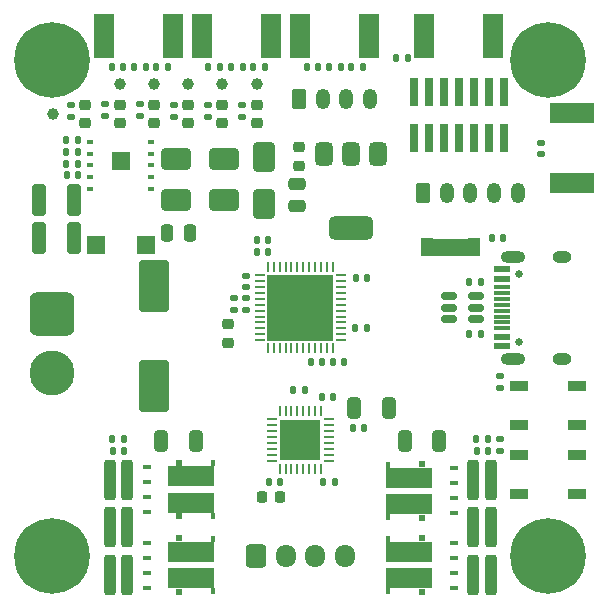
<source format=gbr>
%TF.GenerationSoftware,KiCad,Pcbnew,9.0.1-9.0.1-0~ubuntu22.04.1*%
%TF.CreationDate,2025-04-08T13:36:13+02:00*%
%TF.ProjectId,TMC262_Stepper_Driver,544d4332-3632-45f5-9374-65707065725f,rev?*%
%TF.SameCoordinates,Original*%
%TF.FileFunction,Soldermask,Top*%
%TF.FilePolarity,Negative*%
%FSLAX46Y46*%
G04 Gerber Fmt 4.6, Leading zero omitted, Abs format (unit mm)*
G04 Created by KiCad (PCBNEW 9.0.1-9.0.1-0~ubuntu22.04.1) date 2025-04-08 13:36:13*
%MOMM*%
%LPD*%
G01*
G04 APERTURE LIST*
G04 Aperture macros list*
%AMRoundRect*
0 Rectangle with rounded corners*
0 $1 Rounding radius*
0 $2 $3 $4 $5 $6 $7 $8 $9 X,Y pos of 4 corners*
0 Add a 4 corners polygon primitive as box body*
4,1,4,$2,$3,$4,$5,$6,$7,$8,$9,$2,$3,0*
0 Add four circle primitives for the rounded corners*
1,1,$1+$1,$2,$3*
1,1,$1+$1,$4,$5*
1,1,$1+$1,$6,$7*
1,1,$1+$1,$8,$9*
0 Add four rect primitives between the rounded corners*
20,1,$1+$1,$2,$3,$4,$5,0*
20,1,$1+$1,$4,$5,$6,$7,0*
20,1,$1+$1,$6,$7,$8,$9,0*
20,1,$1+$1,$8,$9,$2,$3,0*%
%AMFreePoly0*
4,1,6,1.000000,0.000000,0.500000,-0.750000,-0.500000,-0.750000,-0.500000,0.750000,0.500000,0.750000,1.000000,0.000000,1.000000,0.000000,$1*%
G04 Aperture macros list end*
%ADD10RoundRect,0.250000X-0.250000X-1.450000X0.250000X-1.450000X0.250000X1.450000X-0.250000X1.450000X0*%
%ADD11RoundRect,0.140000X-0.140000X-0.170000X0.140000X-0.170000X0.140000X0.170000X-0.140000X0.170000X0*%
%ADD12RoundRect,0.250000X-0.350000X-0.625000X0.350000X-0.625000X0.350000X0.625000X-0.350000X0.625000X0*%
%ADD13O,1.200000X1.750000*%
%ADD14RoundRect,0.090000X-0.660000X-0.360000X0.660000X-0.360000X0.660000X0.360000X-0.660000X0.360000X0*%
%ADD15RoundRect,0.250000X-0.600000X-0.725000X0.600000X-0.725000X0.600000X0.725000X-0.600000X0.725000X0*%
%ADD16O,1.700000X1.950000*%
%ADD17RoundRect,0.135000X0.185000X-0.135000X0.185000X0.135000X-0.185000X0.135000X-0.185000X-0.135000X0*%
%ADD18C,1.000000*%
%ADD19RoundRect,0.140000X0.140000X0.170000X-0.140000X0.170000X-0.140000X-0.170000X0.140000X-0.170000X0*%
%ADD20RoundRect,0.250000X1.000000X-1.950000X1.000000X1.950000X-1.000000X1.950000X-1.000000X-1.950000X0*%
%ADD21RoundRect,0.062500X-0.375000X-0.062500X0.375000X-0.062500X0.375000X0.062500X-0.375000X0.062500X0*%
%ADD22RoundRect,0.062500X-0.062500X-0.375000X0.062500X-0.375000X0.062500X0.375000X-0.062500X0.375000X0*%
%ADD23R,3.450000X3.450000*%
%ADD24RoundRect,0.375000X-0.375000X0.625000X-0.375000X-0.625000X0.375000X-0.625000X0.375000X0.625000X0*%
%ADD25RoundRect,0.500000X-1.400000X0.500000X-1.400000X-0.500000X1.400000X-0.500000X1.400000X0.500000X0*%
%ADD26RoundRect,0.135000X0.135000X0.185000X-0.135000X0.185000X-0.135000X-0.185000X0.135000X-0.185000X0*%
%ADD27R,3.708400X1.701800*%
%ADD28RoundRect,0.140000X0.170000X-0.140000X0.170000X0.140000X-0.170000X0.140000X-0.170000X-0.140000X0*%
%ADD29RoundRect,0.250000X1.000000X0.650000X-1.000000X0.650000X-1.000000X-0.650000X1.000000X-0.650000X0*%
%ADD30RoundRect,0.150000X-0.512500X-0.150000X0.512500X-0.150000X0.512500X0.150000X-0.512500X0.150000X0*%
%ADD31C,0.800000*%
%ADD32C,6.400000*%
%ADD33RoundRect,0.135000X-0.135000X-0.185000X0.135000X-0.185000X0.135000X0.185000X-0.135000X0.185000X0*%
%ADD34R,0.720000X0.410000*%
%ADD35R,0.510000X0.585000*%
%ADD36R,0.410000X0.470000*%
%ADD37R,3.990000X1.730000*%
%ADD38RoundRect,0.140000X-0.170000X0.140000X-0.170000X-0.140000X0.170000X-0.140000X0.170000X0.140000X0*%
%ADD39RoundRect,0.218750X0.256250X-0.218750X0.256250X0.218750X-0.256250X0.218750X-0.256250X-0.218750X0*%
%ADD40RoundRect,0.225000X0.225000X0.250000X-0.225000X0.250000X-0.225000X-0.250000X0.225000X-0.250000X0*%
%ADD41RoundRect,0.250000X0.325000X0.650000X-0.325000X0.650000X-0.325000X-0.650000X0.325000X-0.650000X0*%
%ADD42RoundRect,0.250000X-0.325000X-0.650000X0.325000X-0.650000X0.325000X0.650000X-0.325000X0.650000X0*%
%ADD43R,0.740000X2.400000*%
%ADD44RoundRect,0.250000X0.325000X1.100000X-0.325000X1.100000X-0.325000X-1.100000X0.325000X-1.100000X0*%
%ADD45C,0.650000*%
%ADD46R,1.450000X0.600000*%
%ADD47R,1.450000X0.300000*%
%ADD48O,2.100000X1.000000*%
%ADD49O,1.600000X1.000000*%
%ADD50R,1.701800X3.708400*%
%ADD51R,5.600000X5.600000*%
%ADD52RoundRect,0.250000X0.250000X1.450000X-0.250000X1.450000X-0.250000X-1.450000X0.250000X-1.450000X0*%
%ADD53RoundRect,0.250000X-0.650000X1.000000X-0.650000X-1.000000X0.650000X-1.000000X0.650000X1.000000X0*%
%ADD54RoundRect,0.250000X0.475000X-0.250000X0.475000X0.250000X-0.475000X0.250000X-0.475000X-0.250000X0*%
%ADD55RoundRect,0.225000X-0.250000X0.225000X-0.250000X-0.225000X0.250000X-0.225000X0.250000X0.225000X0*%
%ADD56RoundRect,0.760000X-1.140000X1.140000X-1.140000X-1.140000X1.140000X-1.140000X1.140000X1.140000X0*%
%ADD57C,3.800000*%
%ADD58FreePoly0,0.000000*%
%ADD59FreePoly0,180.000000*%
%ADD60RoundRect,0.250000X-0.250000X-0.475000X0.250000X-0.475000X0.250000X0.475000X-0.250000X0.475000X0*%
%ADD61R,0.500000X0.400000*%
%ADD62R,1.500000X1.500000*%
G04 APERTURE END LIST*
%TO.C,JP1*%
G36*
X85200000Y-69150000D02*
G01*
X90200000Y-69150000D01*
X90200000Y-70650000D01*
X85200000Y-70650000D01*
X85200000Y-69150000D01*
G37*
%TD*%
D10*
%TO.C,R30*%
X89650000Y-97600000D03*
X91150000Y-97600000D03*
%TD*%
D11*
%TO.C,C22*%
X79440000Y-85200000D03*
X80400000Y-85200000D03*
%TD*%
D12*
%TO.C,J5*%
X74900000Y-57350000D03*
D13*
X76900000Y-57350000D03*
X78900000Y-57350000D03*
X80900000Y-57350000D03*
%TD*%
D14*
%TO.C,D2*%
X93550000Y-87450000D03*
X93550000Y-90750000D03*
X98450000Y-90750000D03*
X98450000Y-87450000D03*
%TD*%
D15*
%TO.C,J1*%
X71250000Y-96000000D03*
D16*
X73750000Y-96000000D03*
X76250000Y-96000000D03*
X78750000Y-96000000D03*
%TD*%
D17*
%TO.C,R25*%
X70400000Y-75220000D03*
X70400000Y-74200000D03*
%TD*%
D18*
%TO.C,TP6*%
X71300000Y-56100000D03*
%TD*%
D19*
%TO.C,C27*%
X60080000Y-87100000D03*
X59120000Y-87100000D03*
%TD*%
D20*
%TO.C,C30*%
X62600000Y-81600000D03*
X62600000Y-73200000D03*
%TD*%
D21*
%TO.C,U4*%
X72562500Y-84450000D03*
X72562500Y-84950000D03*
X72562500Y-85450000D03*
X72562500Y-85950000D03*
X72562500Y-86450000D03*
X72562500Y-86950000D03*
X72562500Y-87450000D03*
X72562500Y-87950000D03*
D22*
X73250000Y-88637500D03*
X73750000Y-88637500D03*
X74250000Y-88637500D03*
X74750000Y-88637500D03*
X75250000Y-88637500D03*
X75750000Y-88637500D03*
X76250000Y-88637500D03*
X76750000Y-88637500D03*
D21*
X77437500Y-87950000D03*
X77437500Y-87450000D03*
X77437500Y-86950000D03*
X77437500Y-86450000D03*
X77437500Y-85950000D03*
X77437500Y-85450000D03*
X77437500Y-84950000D03*
X77437500Y-84450000D03*
D22*
X76750000Y-83762500D03*
X76250000Y-83762500D03*
X75750000Y-83762500D03*
X75250000Y-83762500D03*
X74750000Y-83762500D03*
X74250000Y-83762500D03*
X73750000Y-83762500D03*
X73250000Y-83762500D03*
D23*
X75000000Y-86200000D03*
%TD*%
D24*
%TO.C,U1*%
X81600000Y-61950000D03*
X79300000Y-61950000D03*
X77000000Y-61950000D03*
D25*
X79300000Y-68250000D03*
%TD*%
D26*
%TO.C,R6*%
X56210000Y-62800000D03*
X55190000Y-62800000D03*
%TD*%
D11*
%TO.C,C31*%
X91240000Y-69100000D03*
X92200000Y-69100000D03*
%TD*%
D27*
%TO.C,SW5*%
X98000000Y-64449999D03*
X98000000Y-58550001D03*
%TD*%
D28*
%TO.C,C19*%
X95400000Y-61980000D03*
X95400000Y-61020000D03*
%TD*%
D17*
%TO.C,R16*%
X67200000Y-58820000D03*
X67200000Y-57800000D03*
%TD*%
D29*
%TO.C,D4*%
X68500000Y-65900000D03*
X64500000Y-65900000D03*
%TD*%
D30*
%TO.C,U5*%
X87562500Y-74050000D03*
X87562500Y-75000000D03*
X87562500Y-75950000D03*
X89837500Y-75950000D03*
X89837500Y-75000000D03*
X89837500Y-74050000D03*
%TD*%
D31*
%TO.C,H1*%
X51600000Y-54000000D03*
X52302944Y-52302944D03*
X52302944Y-55697056D03*
X54000000Y-51600000D03*
D32*
X54000000Y-54000000D03*
D31*
X54000000Y-56400000D03*
X55697056Y-52302944D03*
X55697056Y-55697056D03*
X56400000Y-54000000D03*
%TD*%
D33*
%TO.C,R18*%
X59090000Y-86100000D03*
X60110000Y-86100000D03*
%TD*%
D10*
%TO.C,R29*%
X89650000Y-93600000D03*
X91150000Y-93600000D03*
%TD*%
D18*
%TO.C,TP3*%
X65500000Y-56100000D03*
%TD*%
D19*
%TO.C,C9*%
X59980000Y-54600000D03*
X59020000Y-54600000D03*
%TD*%
D26*
%TO.C,R22*%
X77900000Y-89800000D03*
X76880000Y-89800000D03*
%TD*%
D34*
%TO.C,Q4*%
X88015000Y-98705000D03*
X88015000Y-97435000D03*
X88015000Y-96165000D03*
X88015000Y-94895000D03*
D35*
X85300000Y-99072500D03*
D36*
X82430000Y-99015000D03*
D37*
X84220000Y-97915000D03*
X84220000Y-95685000D03*
D36*
X82430000Y-94585000D03*
D35*
X85300000Y-94527500D03*
%TD*%
D11*
%TO.C,C4*%
X79700000Y-72500000D03*
X80660000Y-72500000D03*
%TD*%
D38*
%TO.C,C1*%
X70400000Y-72300000D03*
X70400000Y-73260000D03*
%TD*%
D26*
%TO.C,R27*%
X90910000Y-86100000D03*
X89890000Y-86100000D03*
%TD*%
D39*
%TO.C,D5*%
X56800000Y-59400000D03*
X56800000Y-57825000D03*
%TD*%
%TO.C,D9*%
X68400000Y-59400000D03*
X68400000Y-57825000D03*
%TD*%
D31*
%TO.C,H4*%
X93600000Y-96000000D03*
X94302944Y-94302944D03*
X94302944Y-97697056D03*
X96000000Y-93600000D03*
D32*
X96000000Y-96000000D03*
D31*
X96000000Y-98400000D03*
X97697056Y-94302944D03*
X97697056Y-97697056D03*
X98400000Y-96000000D03*
%TD*%
D40*
%TO.C,C21*%
X73275000Y-91000000D03*
X71725000Y-91000000D03*
%TD*%
D33*
%TO.C,R10*%
X77390000Y-54600000D03*
X78410000Y-54600000D03*
%TD*%
D19*
%TO.C,C20*%
X73280000Y-89800000D03*
X72320000Y-89800000D03*
%TD*%
%TO.C,C24*%
X77780000Y-82600000D03*
X76820000Y-82600000D03*
%TD*%
D11*
%TO.C,C23*%
X74420000Y-82000000D03*
X75380000Y-82000000D03*
%TD*%
D19*
%TO.C,C5*%
X72280000Y-70300000D03*
X71320000Y-70300000D03*
%TD*%
D31*
%TO.C,H2*%
X93600000Y-54000000D03*
X94302944Y-52302944D03*
X94302944Y-55697056D03*
X96000000Y-51600000D03*
D32*
X96000000Y-54000000D03*
D31*
X96000000Y-56400000D03*
X97697056Y-52302944D03*
X97697056Y-55697056D03*
X98400000Y-54000000D03*
%TD*%
D38*
%TO.C,C15*%
X91900000Y-80820000D03*
X91900000Y-81780000D03*
%TD*%
D41*
%TO.C,C28*%
X86775000Y-86300000D03*
X83825000Y-86300000D03*
%TD*%
D42*
%TO.C,C26*%
X63225000Y-86300000D03*
X66175000Y-86300000D03*
%TD*%
D43*
%TO.C,J2*%
X92210000Y-56750000D03*
X92210000Y-60650000D03*
X90940000Y-56750000D03*
X90940000Y-60650000D03*
X89670000Y-56750000D03*
X89670000Y-60650000D03*
X88400000Y-56750000D03*
X88400000Y-60650000D03*
X87130000Y-56750000D03*
X87130000Y-60650000D03*
X85860000Y-56750000D03*
X85860000Y-60650000D03*
X84590000Y-56750000D03*
X84590000Y-60650000D03*
%TD*%
D33*
%TO.C,R11*%
X83090000Y-53900000D03*
X84110000Y-53900000D03*
%TD*%
D11*
%TO.C,C2*%
X75900000Y-79600000D03*
X76860000Y-79600000D03*
%TD*%
D18*
%TO.C,TP5*%
X68400000Y-56100000D03*
%TD*%
D38*
%TO.C,C16*%
X91900000Y-86140000D03*
X91900000Y-87100000D03*
%TD*%
D10*
%TO.C,R28*%
X89650000Y-89600000D03*
X91150000Y-89600000D03*
%TD*%
D44*
%TO.C,C7*%
X55800000Y-69100000D03*
X52850000Y-69100000D03*
%TD*%
D18*
%TO.C,TP1*%
X54100000Y-58600000D03*
%TD*%
D45*
%TO.C,J3*%
X93500000Y-77890000D03*
X93500000Y-72110000D03*
D46*
X92055000Y-78250000D03*
X92055000Y-77450000D03*
D47*
X92055000Y-76250000D03*
X92055000Y-75250000D03*
X92055000Y-74750000D03*
X92055000Y-73750000D03*
D46*
X92055000Y-72550000D03*
X92055000Y-71750000D03*
X92055000Y-71750000D03*
X92055000Y-72550000D03*
D47*
X92055000Y-73250000D03*
X92055000Y-74250000D03*
X92055000Y-75750000D03*
X92055000Y-76750000D03*
D46*
X92055000Y-77450000D03*
X92055000Y-78250000D03*
D48*
X92970000Y-79320000D03*
D49*
X97150000Y-79320000D03*
D48*
X92970000Y-70680000D03*
D49*
X97150000Y-70680000D03*
%TD*%
D50*
%TO.C,SW1*%
X64249999Y-52000000D03*
X58350001Y-52000000D03*
%TD*%
D21*
%TO.C,U3*%
X71562500Y-72250000D03*
X71562500Y-72750000D03*
X71562500Y-73250000D03*
X71562500Y-73750000D03*
X71562500Y-74250000D03*
X71562500Y-74750000D03*
X71562500Y-75250000D03*
X71562500Y-75750000D03*
X71562500Y-76250000D03*
X71562500Y-76750000D03*
X71562500Y-77250000D03*
X71562500Y-77750000D03*
D22*
X72250000Y-78437500D03*
X72750000Y-78437500D03*
X73250000Y-78437500D03*
X73750000Y-78437500D03*
X74250000Y-78437500D03*
X74750000Y-78437500D03*
X75250000Y-78437500D03*
X75750000Y-78437500D03*
X76250000Y-78437500D03*
X76750000Y-78437500D03*
X77250000Y-78437500D03*
X77750000Y-78437500D03*
D21*
X78437500Y-77750000D03*
X78437500Y-77250000D03*
X78437500Y-76750000D03*
X78437500Y-76250000D03*
X78437500Y-75750000D03*
X78437500Y-75250000D03*
X78437500Y-74750000D03*
X78437500Y-74250000D03*
X78437500Y-73750000D03*
X78437500Y-73250000D03*
X78437500Y-72750000D03*
X78437500Y-72250000D03*
D22*
X77750000Y-71562500D03*
X77250000Y-71562500D03*
X76750000Y-71562500D03*
X76250000Y-71562500D03*
X75750000Y-71562500D03*
X75250000Y-71562500D03*
X74750000Y-71562500D03*
X74250000Y-71562500D03*
X73750000Y-71562500D03*
X73250000Y-71562500D03*
X72750000Y-71562500D03*
X72250000Y-71562500D03*
D51*
X75000000Y-75000000D03*
%TD*%
D39*
%TO.C,D8*%
X62600000Y-59387500D03*
X62600000Y-57812500D03*
%TD*%
D33*
%TO.C,R9*%
X79290000Y-54600000D03*
X80310000Y-54600000D03*
%TD*%
D52*
%TO.C,R20*%
X60350000Y-93600000D03*
X58850000Y-93600000D03*
%TD*%
D17*
%TO.C,R26*%
X69400000Y-75210000D03*
X69400000Y-74190000D03*
%TD*%
D53*
%TO.C,D11*%
X71900000Y-62200000D03*
X71900000Y-66200000D03*
%TD*%
D17*
%TO.C,R14*%
X64300000Y-58820000D03*
X64300000Y-57800000D03*
%TD*%
D52*
%TO.C,R19*%
X60350000Y-89600000D03*
X58850000Y-89600000D03*
%TD*%
D54*
%TO.C,C13*%
X74700000Y-66400000D03*
X74700000Y-64500000D03*
%TD*%
D52*
%TO.C,R21*%
X60350000Y-97600000D03*
X58850000Y-97600000D03*
%TD*%
D50*
%TO.C,SW2*%
X72549999Y-52000000D03*
X66650001Y-52000000D03*
%TD*%
D17*
%TO.C,R13*%
X58500000Y-58807500D03*
X58500000Y-57787500D03*
%TD*%
D33*
%TO.C,R5*%
X55190000Y-61800000D03*
X56210000Y-61800000D03*
%TD*%
D39*
%TO.C,D7*%
X65500000Y-59400000D03*
X65500000Y-57825000D03*
%TD*%
D18*
%TO.C,TP4*%
X62600000Y-56100000D03*
%TD*%
D33*
%TO.C,R8*%
X79590000Y-76750000D03*
X80610000Y-76750000D03*
%TD*%
D39*
%TO.C,D6*%
X59700000Y-59387500D03*
X59700000Y-57812500D03*
%TD*%
D55*
%TO.C,C12*%
X74900000Y-61425000D03*
X74900000Y-62975000D03*
%TD*%
D56*
%TO.C,J4*%
X54000000Y-75500000D03*
D57*
X54000000Y-80500000D03*
%TD*%
D17*
%TO.C,R17*%
X70100000Y-58820000D03*
X70100000Y-57800000D03*
%TD*%
D29*
%TO.C,D12*%
X68500000Y-62400000D03*
X64500000Y-62400000D03*
%TD*%
D50*
%TO.C,SW3*%
X91349999Y-52000000D03*
X85450001Y-52000000D03*
%TD*%
D11*
%TO.C,C29*%
X89920000Y-87100000D03*
X90880000Y-87100000D03*
%TD*%
D50*
%TO.C,SW4*%
X80849999Y-52000000D03*
X74950001Y-52000000D03*
%TD*%
D39*
%TO.C,D10*%
X71300000Y-59400000D03*
X71300000Y-57825000D03*
%TD*%
D19*
%TO.C,C3*%
X78700000Y-79600000D03*
X77740000Y-79600000D03*
%TD*%
D17*
%TO.C,R15*%
X61400000Y-58807500D03*
X61400000Y-57787500D03*
%TD*%
D33*
%TO.C,R1*%
X62790000Y-54600000D03*
X63810000Y-54600000D03*
%TD*%
D19*
%TO.C,C14*%
X56180000Y-63800000D03*
X55220000Y-63800000D03*
%TD*%
D26*
%TO.C,R7*%
X56210000Y-60800000D03*
X55190000Y-60800000D03*
%TD*%
D14*
%TO.C,D1*%
X93550000Y-81650000D03*
X93550000Y-84950000D03*
X98450000Y-84950000D03*
X98450000Y-81650000D03*
%TD*%
D34*
%TO.C,Q3*%
X88015000Y-92405000D03*
X88015000Y-91135000D03*
X88015000Y-89865000D03*
X88015000Y-88595000D03*
D35*
X85300000Y-92772500D03*
D36*
X82430000Y-92715000D03*
D37*
X84220000Y-91615000D03*
X84220000Y-89385000D03*
D36*
X82430000Y-88285000D03*
D35*
X85300000Y-88227500D03*
%TD*%
D31*
%TO.C,H3*%
X51600000Y-96000000D03*
X52302944Y-94302944D03*
X52302944Y-97697056D03*
X54000000Y-93600000D03*
D32*
X54000000Y-96000000D03*
D31*
X54000000Y-98400000D03*
X55697056Y-94302944D03*
X55697056Y-97697056D03*
X56400000Y-96000000D03*
%TD*%
D33*
%TO.C,R2*%
X70990000Y-54600000D03*
X72010000Y-54600000D03*
%TD*%
D34*
%TO.C,Q2*%
X61985000Y-88495000D03*
X61985000Y-89765000D03*
X61985000Y-91035000D03*
X61985000Y-92305000D03*
D35*
X64700000Y-88127500D03*
D36*
X67570000Y-88185000D03*
D37*
X65780000Y-89285000D03*
X65780000Y-91515000D03*
D36*
X67570000Y-92615000D03*
D35*
X64700000Y-92672500D03*
%TD*%
D44*
%TO.C,C8*%
X55800000Y-65900000D03*
X52850000Y-65900000D03*
%TD*%
D26*
%TO.C,R24*%
X90310000Y-72800000D03*
X89290000Y-72800000D03*
%TD*%
D18*
%TO.C,TP2*%
X59700000Y-56100000D03*
%TD*%
D58*
%TO.C,JP1*%
X85700000Y-69900000D03*
D59*
X89700000Y-69900000D03*
%TD*%
D60*
%TO.C,C11*%
X63750000Y-68700000D03*
X65650000Y-68700000D03*
%TD*%
D61*
%TO.C,U2*%
X57200000Y-60950000D03*
X57200000Y-61950000D03*
X57200000Y-62950000D03*
X57200000Y-63950000D03*
X57200000Y-64950000D03*
D62*
X57700000Y-69700000D03*
X61900000Y-69700000D03*
D61*
X62400000Y-64950000D03*
X62400000Y-63950000D03*
X62400000Y-62950000D03*
X62400000Y-61950000D03*
X62400000Y-60950000D03*
D62*
X59800000Y-62550000D03*
%TD*%
D42*
%TO.C,C25*%
X79525000Y-83500000D03*
X82475000Y-83500000D03*
%TD*%
D33*
%TO.C,R4*%
X69090000Y-54600000D03*
X70110000Y-54600000D03*
%TD*%
D34*
%TO.C,Q1*%
X61985000Y-94895000D03*
X61985000Y-96165000D03*
X61985000Y-97435000D03*
X61985000Y-98705000D03*
D35*
X64700000Y-94527500D03*
D36*
X67570000Y-94585000D03*
D37*
X65780000Y-95685000D03*
X65780000Y-97915000D03*
D36*
X67570000Y-99015000D03*
D35*
X64700000Y-99072500D03*
%TD*%
D33*
%TO.C,R3*%
X60890000Y-54600000D03*
X61910000Y-54600000D03*
%TD*%
D39*
%TO.C,D13*%
X68900000Y-77987500D03*
X68900000Y-76412500D03*
%TD*%
D17*
%TO.C,R12*%
X55600000Y-58820000D03*
X55600000Y-57800000D03*
%TD*%
D19*
%TO.C,C6*%
X72280000Y-69300000D03*
X71320000Y-69300000D03*
%TD*%
%TO.C,C18*%
X76500000Y-54600000D03*
X75540000Y-54600000D03*
%TD*%
D33*
%TO.C,R23*%
X89290000Y-77200000D03*
X90310000Y-77200000D03*
%TD*%
D19*
%TO.C,C10*%
X68180000Y-54600000D03*
X67220000Y-54600000D03*
%TD*%
D12*
%TO.C,J6*%
X85400000Y-65250000D03*
D13*
X87400000Y-65250000D03*
X89400000Y-65250000D03*
X91400000Y-65250000D03*
X93400000Y-65250000D03*
%TD*%
M02*

</source>
